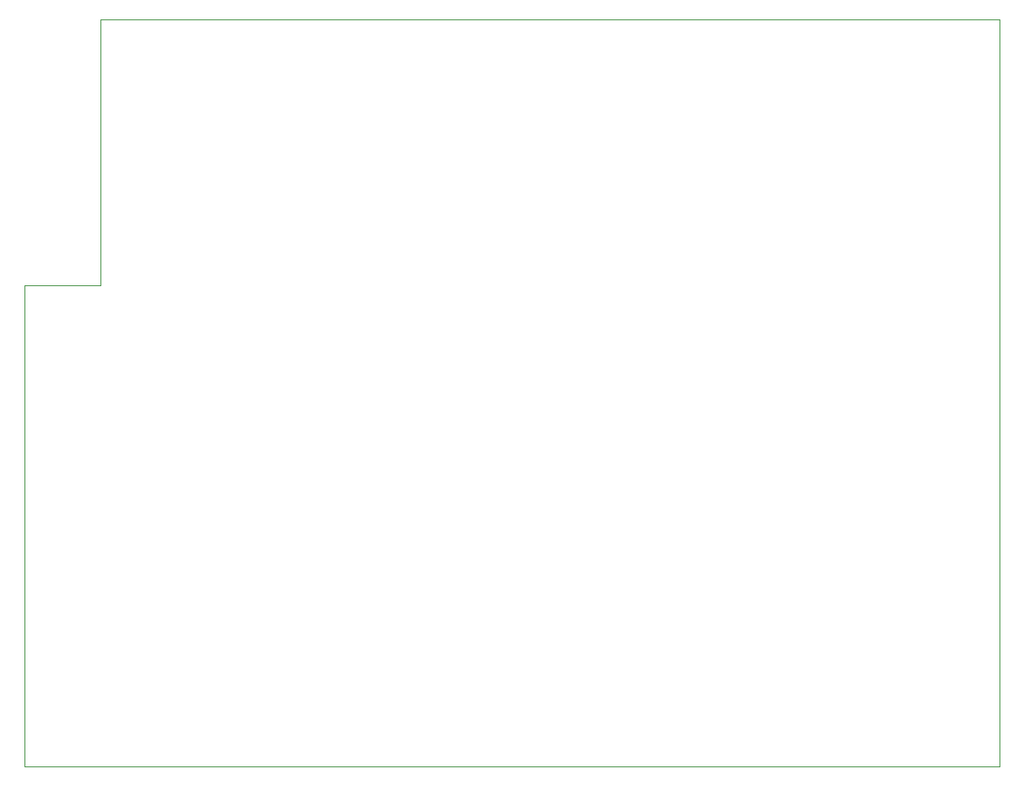
<source format=gbr>
G04 #@! TF.GenerationSoftware,KiCad,Pcbnew,(5.1.4)-1*
G04 #@! TF.CreationDate,2020-02-08T10:20:26-06:00*
G04 #@! TF.ProjectId,Jetson_Addon,4a657473-6f6e-45f4-9164-646f6e2e6b69,rev?*
G04 #@! TF.SameCoordinates,Original*
G04 #@! TF.FileFunction,Profile,NP*
%FSLAX46Y46*%
G04 Gerber Fmt 4.6, Leading zero omitted, Abs format (unit mm)*
G04 Created by KiCad (PCBNEW (5.1.4)-1) date 2020-02-08 10:20:26*
%MOMM*%
%LPD*%
G04 APERTURE LIST*
%ADD10C,0.050000*%
G04 APERTURE END LIST*
D10*
X91440000Y-111760000D02*
X91440000Y-85090000D01*
X83820000Y-111760000D02*
X91440000Y-111760000D01*
X181610000Y-85090000D02*
X91440000Y-85090000D01*
X181610000Y-160020000D02*
X181610000Y-85090000D01*
X83820000Y-160020000D02*
X181610000Y-160020000D01*
X83820000Y-111760000D02*
X83820000Y-160020000D01*
M02*

</source>
